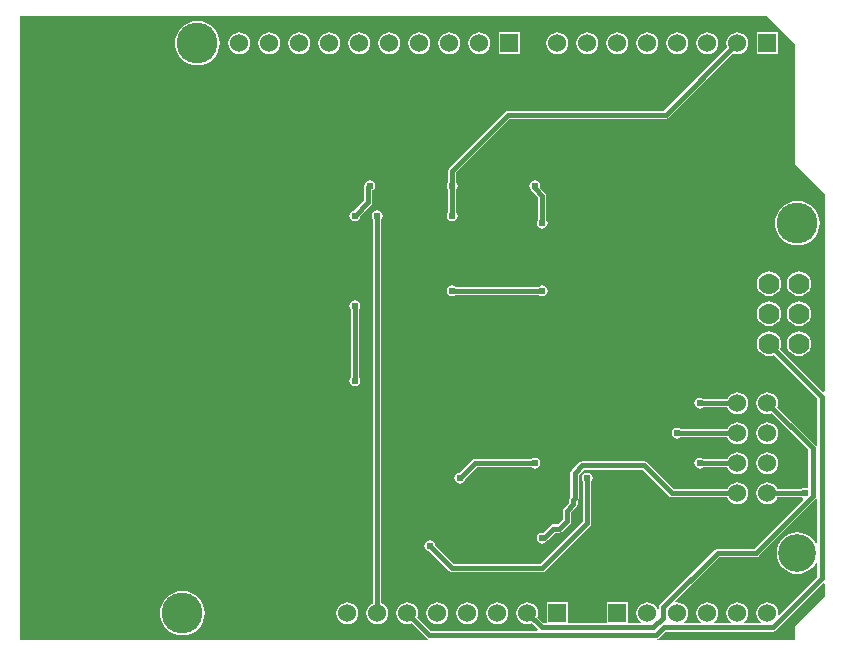
<source format=gbl>
G04*
G04 #@! TF.GenerationSoftware,Altium Limited,Altium Designer,26.2.0 (7)*
G04*
G04 Layer_Physical_Order=2*
G04 Layer_Color=16711680*
%FSLAX44Y44*%
%MOMM*%
G71*
G04*
G04 #@! TF.SameCoordinates,07046FA8-F61C-4276-8BF4-9B4F64F1D9A8*
G04*
G04*
G04 #@! TF.FilePolarity,Positive*
G04*
G01*
G75*
%ADD31C,0.3810*%
%ADD32C,1.5240*%
%ADD33R,1.5240X1.5240*%
%ADD34C,3.4540*%
%ADD35C,1.7780*%
%ADD36C,0.6096*%
%ADD37C,3.2000*%
G36*
X658069Y507034D02*
Y406400D01*
X658247Y405508D01*
X658752Y404752D01*
X683469Y380034D01*
Y213171D01*
X682199Y212645D01*
X645819Y249026D01*
X646546Y250781D01*
X646904Y253500D01*
X646546Y256219D01*
X645497Y258752D01*
X643827Y260928D01*
X641652Y262597D01*
X639119Y263646D01*
X636400Y264004D01*
X633681Y263646D01*
X631148Y262597D01*
X628973Y260928D01*
X627303Y258752D01*
X626254Y256219D01*
X625896Y253500D01*
X626254Y250781D01*
X627303Y248248D01*
X628973Y246073D01*
X631148Y244403D01*
X633681Y243354D01*
X636400Y242996D01*
X639119Y243354D01*
X640874Y244081D01*
X677097Y207859D01*
Y167639D01*
X675827Y167254D01*
X675699Y167445D01*
X675699Y167445D01*
X643447Y199698D01*
X643909Y200813D01*
X644223Y203200D01*
X643909Y205587D01*
X642987Y207811D01*
X641522Y209722D01*
X639611Y211187D01*
X637387Y212109D01*
X635000Y212423D01*
X632613Y212109D01*
X630389Y211187D01*
X628478Y209722D01*
X627013Y207811D01*
X626091Y205587D01*
X625777Y203200D01*
X626091Y200813D01*
X627013Y198589D01*
X628478Y196678D01*
X630389Y195213D01*
X632613Y194291D01*
X635000Y193977D01*
X637387Y194291D01*
X638502Y194753D01*
X669731Y163525D01*
Y131969D01*
X668683Y131318D01*
X668461Y131321D01*
X666750Y131662D01*
X664966Y131307D01*
X663753Y130496D01*
X643449D01*
X642987Y131611D01*
X641522Y133522D01*
X639611Y134987D01*
X637387Y135909D01*
X635000Y136223D01*
X632613Y135909D01*
X630389Y134987D01*
X628478Y133522D01*
X627013Y131611D01*
X626091Y129387D01*
X625777Y127000D01*
X626091Y124613D01*
X627013Y122389D01*
X628478Y120478D01*
X630389Y119013D01*
X632613Y118091D01*
X635000Y117777D01*
X637387Y118091D01*
X639611Y119013D01*
X641522Y120478D01*
X642987Y122389D01*
X643449Y123504D01*
X663753D01*
X664904Y122735D01*
X665063Y122580D01*
X665344Y121379D01*
X623925Y79959D01*
X592800D01*
X591463Y79693D01*
X590328Y78935D01*
X590328Y78935D01*
X544263Y32870D01*
X543505Y31735D01*
X543239Y30398D01*
Y28860D01*
X541969Y28607D01*
X541387Y30011D01*
X539922Y31922D01*
X538011Y33387D01*
X535787Y34309D01*
X533400Y34623D01*
X531013Y34309D01*
X528789Y33387D01*
X526878Y31922D01*
X525413Y30011D01*
X524491Y27787D01*
X524177Y25400D01*
X524491Y23013D01*
X525413Y20789D01*
X526878Y18878D01*
X527891Y18101D01*
X527460Y16831D01*
X517144D01*
Y34544D01*
X498856D01*
Y16831D01*
X466344D01*
Y34544D01*
X448056D01*
Y16831D01*
X445313D01*
X440247Y21898D01*
X440709Y23013D01*
X441023Y25400D01*
X440709Y27787D01*
X439787Y30011D01*
X438322Y31922D01*
X436411Y33387D01*
X434187Y34309D01*
X431800Y34623D01*
X429413Y34309D01*
X427189Y33387D01*
X425278Y31922D01*
X423813Y30011D01*
X422891Y27787D01*
X422577Y25400D01*
X422891Y23013D01*
X423813Y20789D01*
X425278Y18878D01*
X427189Y17413D01*
X429413Y16491D01*
X431800Y16177D01*
X434187Y16491D01*
X435302Y16953D01*
X440504Y11751D01*
X439978Y10481D01*
X350063D01*
X338647Y21898D01*
X339109Y23013D01*
X339423Y25400D01*
X339109Y27787D01*
X338187Y30011D01*
X336722Y31922D01*
X334811Y33387D01*
X332587Y34309D01*
X330200Y34623D01*
X327813Y34309D01*
X325589Y33387D01*
X323678Y31922D01*
X322213Y30011D01*
X321291Y27787D01*
X320977Y25400D01*
X321291Y23013D01*
X322213Y20789D01*
X323678Y18878D01*
X325589Y17413D01*
X327813Y16491D01*
X330200Y16177D01*
X332587Y16491D01*
X333702Y16953D01*
X346143Y4513D01*
X347277Y3755D01*
X348052Y3601D01*
X347927Y2331D01*
X2331D01*
Y531069D01*
X634035D01*
X658069Y507034D01*
D02*
G37*
G36*
X677097Y121651D02*
Y84831D01*
X675827Y84513D01*
X675041Y85983D01*
X672851Y88651D01*
X670183Y90841D01*
X667139Y92468D01*
X663835Y93470D01*
X660400Y93809D01*
X656965Y93470D01*
X653661Y92468D01*
X650617Y90841D01*
X647949Y88651D01*
X645759Y85983D01*
X644132Y82939D01*
X643130Y79635D01*
X642791Y76200D01*
X643130Y72765D01*
X644132Y69461D01*
X645759Y66417D01*
X647949Y63749D01*
X650617Y61559D01*
X653661Y59932D01*
X656965Y58930D01*
X660400Y58591D01*
X663835Y58930D01*
X667139Y59932D01*
X670183Y61559D01*
X672851Y63749D01*
X675041Y66417D01*
X675827Y67887D01*
X677097Y67569D01*
Y55379D01*
X645259Y23541D01*
X644056Y24134D01*
X644223Y25400D01*
X643909Y27787D01*
X642987Y30011D01*
X641522Y31922D01*
X639611Y33387D01*
X637387Y34309D01*
X635000Y34623D01*
X632613Y34309D01*
X630389Y33387D01*
X628478Y31922D01*
X627013Y30011D01*
X626091Y27787D01*
X625777Y25400D01*
X626091Y23013D01*
X627013Y20789D01*
X628478Y18878D01*
X629491Y18101D01*
X629060Y16831D01*
X615540D01*
X615109Y18101D01*
X616122Y18878D01*
X617587Y20789D01*
X618509Y23013D01*
X618823Y25400D01*
X618509Y27787D01*
X617587Y30011D01*
X616122Y31922D01*
X614211Y33387D01*
X611987Y34309D01*
X609600Y34623D01*
X607213Y34309D01*
X604989Y33387D01*
X603078Y31922D01*
X601613Y30011D01*
X600691Y27787D01*
X600377Y25400D01*
X600691Y23013D01*
X601613Y20789D01*
X603078Y18878D01*
X604091Y18101D01*
X603660Y16831D01*
X590140D01*
X589709Y18101D01*
X590722Y18878D01*
X592187Y20789D01*
X593109Y23013D01*
X593423Y25400D01*
X593109Y27787D01*
X592187Y30011D01*
X590722Y31922D01*
X588811Y33387D01*
X586587Y34309D01*
X584200Y34623D01*
X581813Y34309D01*
X579589Y33387D01*
X577678Y31922D01*
X576213Y30011D01*
X575291Y27787D01*
X574977Y25400D01*
X575291Y23013D01*
X576213Y20789D01*
X577678Y18878D01*
X578691Y18101D01*
X578260Y16831D01*
X564740D01*
X564309Y18101D01*
X565322Y18878D01*
X566787Y20789D01*
X567709Y23013D01*
X568023Y25400D01*
X567709Y27787D01*
X566787Y30011D01*
X565322Y31922D01*
X563411Y33387D01*
X561187Y34309D01*
X558800Y34623D01*
X557534Y34456D01*
X556941Y35659D01*
X594249Y72967D01*
X625373D01*
X626711Y73233D01*
X627845Y73991D01*
X675699Y121845D01*
X675827Y122036D01*
X677097Y121651D01*
D02*
G37*
G36*
X683469Y50066D02*
Y39065D01*
X658752Y14348D01*
X658247Y13592D01*
X658069Y12700D01*
Y2331D01*
X541716D01*
X541591Y3601D01*
X542366Y3755D01*
X543500Y4513D01*
X548826Y9839D01*
X639997D01*
X641335Y10105D01*
X642470Y10863D01*
X682199Y50592D01*
X683469Y50066D01*
D02*
G37*
%LPC*%
G36*
X644144Y517144D02*
X625856D01*
Y498856D01*
X644144D01*
Y517144D01*
D02*
G37*
G36*
X425704D02*
X407416D01*
Y498856D01*
X425704D01*
Y517144D01*
D02*
G37*
G36*
X609600Y517223D02*
X607213Y516909D01*
X604989Y515987D01*
X603078Y514522D01*
X601613Y512611D01*
X600691Y510387D01*
X600377Y508000D01*
X600691Y505613D01*
X601153Y504498D01*
X547584Y450928D01*
X415682D01*
X414344Y450662D01*
X413210Y449904D01*
X365828Y402522D01*
X365070Y401388D01*
X364804Y400050D01*
Y390347D01*
X363993Y389134D01*
X363638Y387350D01*
X363993Y385566D01*
X364804Y384353D01*
Y364947D01*
X363993Y363734D01*
X363638Y361950D01*
X363993Y360166D01*
X365004Y358654D01*
X366516Y357643D01*
X368300Y357288D01*
X370084Y357643D01*
X371596Y358654D01*
X372607Y360166D01*
X372962Y361950D01*
X372607Y363734D01*
X371796Y364947D01*
Y384353D01*
X372607Y385566D01*
X372962Y387350D01*
X372607Y389134D01*
X371796Y390347D01*
Y398602D01*
X417130Y443936D01*
X549032D01*
X550370Y444202D01*
X551504Y444960D01*
X606098Y499553D01*
X607213Y499091D01*
X609600Y498777D01*
X611987Y499091D01*
X614211Y500013D01*
X616122Y501478D01*
X617587Y503389D01*
X618509Y505613D01*
X618823Y508000D01*
X618509Y510387D01*
X617587Y512611D01*
X616122Y514522D01*
X614211Y515987D01*
X611987Y516909D01*
X609600Y517223D01*
D02*
G37*
G36*
X584200D02*
X581813Y516909D01*
X579589Y515987D01*
X577678Y514522D01*
X576213Y512611D01*
X575291Y510387D01*
X574977Y508000D01*
X575291Y505613D01*
X576213Y503389D01*
X577678Y501478D01*
X579589Y500013D01*
X581813Y499091D01*
X584200Y498777D01*
X586587Y499091D01*
X588811Y500013D01*
X590722Y501478D01*
X592187Y503389D01*
X593109Y505613D01*
X593423Y508000D01*
X593109Y510387D01*
X592187Y512611D01*
X590722Y514522D01*
X588811Y515987D01*
X586587Y516909D01*
X584200Y517223D01*
D02*
G37*
G36*
X558800D02*
X556413Y516909D01*
X554189Y515987D01*
X552278Y514522D01*
X550813Y512611D01*
X549891Y510387D01*
X549577Y508000D01*
X549891Y505613D01*
X550813Y503389D01*
X552278Y501478D01*
X554189Y500013D01*
X556413Y499091D01*
X558800Y498777D01*
X561187Y499091D01*
X563411Y500013D01*
X565322Y501478D01*
X566787Y503389D01*
X567709Y505613D01*
X568023Y508000D01*
X567709Y510387D01*
X566787Y512611D01*
X565322Y514522D01*
X563411Y515987D01*
X561187Y516909D01*
X558800Y517223D01*
D02*
G37*
G36*
X533400D02*
X531013Y516909D01*
X528789Y515987D01*
X526878Y514522D01*
X525413Y512611D01*
X524491Y510387D01*
X524177Y508000D01*
X524491Y505613D01*
X525413Y503389D01*
X526878Y501478D01*
X528789Y500013D01*
X531013Y499091D01*
X533400Y498777D01*
X535787Y499091D01*
X538011Y500013D01*
X539922Y501478D01*
X541387Y503389D01*
X542309Y505613D01*
X542623Y508000D01*
X542309Y510387D01*
X541387Y512611D01*
X539922Y514522D01*
X538011Y515987D01*
X535787Y516909D01*
X533400Y517223D01*
D02*
G37*
G36*
X508000D02*
X505613Y516909D01*
X503389Y515987D01*
X501478Y514522D01*
X500013Y512611D01*
X499091Y510387D01*
X498777Y508000D01*
X499091Y505613D01*
X500013Y503389D01*
X501478Y501478D01*
X503389Y500013D01*
X505613Y499091D01*
X508000Y498777D01*
X510387Y499091D01*
X512611Y500013D01*
X514522Y501478D01*
X515987Y503389D01*
X516909Y505613D01*
X517223Y508000D01*
X516909Y510387D01*
X515987Y512611D01*
X514522Y514522D01*
X512611Y515987D01*
X510387Y516909D01*
X508000Y517223D01*
D02*
G37*
G36*
X482600D02*
X480213Y516909D01*
X477989Y515987D01*
X476078Y514522D01*
X474613Y512611D01*
X473691Y510387D01*
X473377Y508000D01*
X473691Y505613D01*
X474613Y503389D01*
X476078Y501478D01*
X477989Y500013D01*
X480213Y499091D01*
X482600Y498777D01*
X484987Y499091D01*
X487211Y500013D01*
X489122Y501478D01*
X490587Y503389D01*
X491509Y505613D01*
X491823Y508000D01*
X491509Y510387D01*
X490587Y512611D01*
X489122Y514522D01*
X487211Y515987D01*
X484987Y516909D01*
X482600Y517223D01*
D02*
G37*
G36*
X457200D02*
X454813Y516909D01*
X452589Y515987D01*
X450678Y514522D01*
X449213Y512611D01*
X448291Y510387D01*
X447977Y508000D01*
X448291Y505613D01*
X449213Y503389D01*
X450678Y501478D01*
X452589Y500013D01*
X454813Y499091D01*
X457200Y498777D01*
X459587Y499091D01*
X461811Y500013D01*
X463722Y501478D01*
X465187Y503389D01*
X466109Y505613D01*
X466423Y508000D01*
X466109Y510387D01*
X465187Y512611D01*
X463722Y514522D01*
X461811Y515987D01*
X459587Y516909D01*
X457200Y517223D01*
D02*
G37*
G36*
X391160D02*
X388773Y516909D01*
X386549Y515987D01*
X384638Y514522D01*
X383173Y512611D01*
X382251Y510387D01*
X381937Y508000D01*
X382251Y505613D01*
X383173Y503389D01*
X384638Y501478D01*
X386549Y500013D01*
X388773Y499091D01*
X391160Y498777D01*
X393547Y499091D01*
X395771Y500013D01*
X397682Y501478D01*
X399147Y503389D01*
X400069Y505613D01*
X400383Y508000D01*
X400069Y510387D01*
X399147Y512611D01*
X397682Y514522D01*
X395771Y515987D01*
X393547Y516909D01*
X391160Y517223D01*
D02*
G37*
G36*
X365760D02*
X363373Y516909D01*
X361149Y515987D01*
X359238Y514522D01*
X357773Y512611D01*
X356851Y510387D01*
X356537Y508000D01*
X356851Y505613D01*
X357773Y503389D01*
X359238Y501478D01*
X361149Y500013D01*
X363373Y499091D01*
X365760Y498777D01*
X368147Y499091D01*
X370371Y500013D01*
X372282Y501478D01*
X373747Y503389D01*
X374669Y505613D01*
X374983Y508000D01*
X374669Y510387D01*
X373747Y512611D01*
X372282Y514522D01*
X370371Y515987D01*
X368147Y516909D01*
X365760Y517223D01*
D02*
G37*
G36*
X340360D02*
X337973Y516909D01*
X335749Y515987D01*
X333838Y514522D01*
X332373Y512611D01*
X331451Y510387D01*
X331137Y508000D01*
X331451Y505613D01*
X332373Y503389D01*
X333838Y501478D01*
X335749Y500013D01*
X337973Y499091D01*
X340360Y498777D01*
X342747Y499091D01*
X344971Y500013D01*
X346882Y501478D01*
X348347Y503389D01*
X349269Y505613D01*
X349583Y508000D01*
X349269Y510387D01*
X348347Y512611D01*
X346882Y514522D01*
X344971Y515987D01*
X342747Y516909D01*
X340360Y517223D01*
D02*
G37*
G36*
X314960D02*
X312573Y516909D01*
X310349Y515987D01*
X308438Y514522D01*
X306973Y512611D01*
X306051Y510387D01*
X305737Y508000D01*
X306051Y505613D01*
X306973Y503389D01*
X308438Y501478D01*
X310349Y500013D01*
X312573Y499091D01*
X314960Y498777D01*
X317347Y499091D01*
X319571Y500013D01*
X321482Y501478D01*
X322947Y503389D01*
X323869Y505613D01*
X324183Y508000D01*
X323869Y510387D01*
X322947Y512611D01*
X321482Y514522D01*
X319571Y515987D01*
X317347Y516909D01*
X314960Y517223D01*
D02*
G37*
G36*
X289560D02*
X287173Y516909D01*
X284949Y515987D01*
X283038Y514522D01*
X281573Y512611D01*
X280651Y510387D01*
X280337Y508000D01*
X280651Y505613D01*
X281573Y503389D01*
X283038Y501478D01*
X284949Y500013D01*
X287173Y499091D01*
X289560Y498777D01*
X291947Y499091D01*
X294171Y500013D01*
X296082Y501478D01*
X297547Y503389D01*
X298469Y505613D01*
X298783Y508000D01*
X298469Y510387D01*
X297547Y512611D01*
X296082Y514522D01*
X294171Y515987D01*
X291947Y516909D01*
X289560Y517223D01*
D02*
G37*
G36*
X264160D02*
X261773Y516909D01*
X259549Y515987D01*
X257638Y514522D01*
X256173Y512611D01*
X255251Y510387D01*
X254937Y508000D01*
X255251Y505613D01*
X256173Y503389D01*
X257638Y501478D01*
X259549Y500013D01*
X261773Y499091D01*
X264160Y498777D01*
X266547Y499091D01*
X268771Y500013D01*
X270682Y501478D01*
X272147Y503389D01*
X273069Y505613D01*
X273383Y508000D01*
X273069Y510387D01*
X272147Y512611D01*
X270682Y514522D01*
X268771Y515987D01*
X266547Y516909D01*
X264160Y517223D01*
D02*
G37*
G36*
X238760D02*
X236373Y516909D01*
X234149Y515987D01*
X232238Y514522D01*
X230773Y512611D01*
X229851Y510387D01*
X229537Y508000D01*
X229851Y505613D01*
X230773Y503389D01*
X232238Y501478D01*
X234149Y500013D01*
X236373Y499091D01*
X238760Y498777D01*
X241147Y499091D01*
X243371Y500013D01*
X245282Y501478D01*
X246747Y503389D01*
X247669Y505613D01*
X247983Y508000D01*
X247669Y510387D01*
X246747Y512611D01*
X245282Y514522D01*
X243371Y515987D01*
X241147Y516909D01*
X238760Y517223D01*
D02*
G37*
G36*
X213360D02*
X210973Y516909D01*
X208749Y515987D01*
X206838Y514522D01*
X205373Y512611D01*
X204451Y510387D01*
X204137Y508000D01*
X204451Y505613D01*
X205373Y503389D01*
X206838Y501478D01*
X208749Y500013D01*
X210973Y499091D01*
X213360Y498777D01*
X215747Y499091D01*
X217971Y500013D01*
X219882Y501478D01*
X221347Y503389D01*
X222269Y505613D01*
X222583Y508000D01*
X222269Y510387D01*
X221347Y512611D01*
X219882Y514522D01*
X217971Y515987D01*
X215747Y516909D01*
X213360Y517223D01*
D02*
G37*
G36*
X187960D02*
X185573Y516909D01*
X183349Y515987D01*
X181438Y514522D01*
X179973Y512611D01*
X179051Y510387D01*
X178737Y508000D01*
X179051Y505613D01*
X179973Y503389D01*
X181438Y501478D01*
X183349Y500013D01*
X185573Y499091D01*
X187960Y498777D01*
X190347Y499091D01*
X192571Y500013D01*
X194482Y501478D01*
X195947Y503389D01*
X196869Y505613D01*
X197183Y508000D01*
X196869Y510387D01*
X195947Y512611D01*
X194482Y514522D01*
X192571Y515987D01*
X190347Y516909D01*
X187960Y517223D01*
D02*
G37*
G36*
X152400Y526885D02*
X148716Y526522D01*
X145173Y525447D01*
X141908Y523702D01*
X139046Y521354D01*
X136698Y518492D01*
X134953Y515227D01*
X133878Y511684D01*
X133515Y508000D01*
X133878Y504316D01*
X134953Y500773D01*
X136698Y497508D01*
X139046Y494646D01*
X141908Y492298D01*
X145173Y490553D01*
X148716Y489478D01*
X152400Y489115D01*
X156084Y489478D01*
X159627Y490553D01*
X162892Y492298D01*
X165754Y494646D01*
X168102Y497508D01*
X169847Y500773D01*
X170922Y504316D01*
X171285Y508000D01*
X170922Y511684D01*
X169847Y515227D01*
X168102Y518492D01*
X165754Y521354D01*
X162892Y523702D01*
X159627Y525447D01*
X156084Y526522D01*
X152400Y526885D01*
D02*
G37*
G36*
X298450Y392012D02*
X296666Y391657D01*
X295154Y390646D01*
X294143Y389134D01*
X293788Y387350D01*
X293862Y386978D01*
X293684Y386080D01*
Y374828D01*
X285397Y366541D01*
X283966Y366257D01*
X282454Y365246D01*
X281443Y363734D01*
X281088Y361950D01*
X281443Y360166D01*
X282454Y358654D01*
X283966Y357643D01*
X285750Y357288D01*
X287534Y357643D01*
X289046Y358654D01*
X290057Y360166D01*
X290341Y361597D01*
X299652Y370908D01*
X300410Y372042D01*
X300676Y373380D01*
Y383339D01*
X301746Y384054D01*
X302757Y385566D01*
X303112Y387350D01*
X302757Y389134D01*
X301746Y390646D01*
X300234Y391657D01*
X298450Y392012D01*
D02*
G37*
G36*
X438150D02*
X436366Y391657D01*
X434854Y390646D01*
X433843Y389134D01*
X433488Y387350D01*
X433843Y385566D01*
X434821Y384102D01*
X434920Y383606D01*
X435678Y382472D01*
X441004Y377146D01*
Y358597D01*
X440193Y357384D01*
X439838Y355600D01*
X440193Y353816D01*
X441204Y352304D01*
X442716Y351293D01*
X444500Y350938D01*
X446284Y351293D01*
X447796Y352304D01*
X448807Y353816D01*
X449162Y355600D01*
X448807Y357384D01*
X447996Y358597D01*
Y378594D01*
X447730Y379932D01*
X446972Y381067D01*
X446972Y381067D01*
X442459Y385579D01*
X442812Y387350D01*
X442457Y389134D01*
X441446Y390646D01*
X439934Y391657D01*
X438150Y392012D01*
D02*
G37*
G36*
X660400Y374485D02*
X656716Y374122D01*
X653173Y373047D01*
X649908Y371302D01*
X647046Y368954D01*
X644698Y366092D01*
X642953Y362827D01*
X641878Y359284D01*
X641515Y355600D01*
X641878Y351916D01*
X642953Y348373D01*
X644698Y345108D01*
X647046Y342246D01*
X649908Y339898D01*
X653173Y338153D01*
X656716Y337078D01*
X660400Y336715D01*
X664084Y337078D01*
X667627Y338153D01*
X670892Y339898D01*
X673754Y342246D01*
X676102Y345108D01*
X677847Y348373D01*
X678922Y351916D01*
X679285Y355600D01*
X678922Y359284D01*
X677847Y362827D01*
X676102Y366092D01*
X673754Y368954D01*
X670892Y371302D01*
X667627Y373047D01*
X664084Y374122D01*
X660400Y374485D01*
D02*
G37*
G36*
X444500Y303112D02*
X442716Y302757D01*
X441503Y301946D01*
X371297D01*
X370084Y302757D01*
X368300Y303112D01*
X366516Y302757D01*
X365004Y301746D01*
X363993Y300234D01*
X363638Y298450D01*
X363993Y296666D01*
X365004Y295154D01*
X366516Y294143D01*
X368300Y293788D01*
X370084Y294143D01*
X371297Y294954D01*
X441503D01*
X442716Y294143D01*
X444500Y293788D01*
X446284Y294143D01*
X447796Y295154D01*
X448807Y296666D01*
X449162Y298450D01*
X448807Y300234D01*
X447796Y301746D01*
X446284Y302757D01*
X444500Y303112D01*
D02*
G37*
G36*
X661800Y314804D02*
X659081Y314446D01*
X656548Y313397D01*
X654373Y311728D01*
X652703Y309552D01*
X651654Y307019D01*
X651296Y304300D01*
X651654Y301581D01*
X652703Y299048D01*
X654373Y296873D01*
X656548Y295203D01*
X659081Y294154D01*
X661800Y293796D01*
X664519Y294154D01*
X667052Y295203D01*
X669227Y296873D01*
X670897Y299048D01*
X671946Y301581D01*
X672304Y304300D01*
X671946Y307019D01*
X670897Y309552D01*
X669227Y311728D01*
X667052Y313397D01*
X664519Y314446D01*
X661800Y314804D01*
D02*
G37*
G36*
X636400D02*
X633681Y314446D01*
X631148Y313397D01*
X628973Y311728D01*
X627303Y309552D01*
X626254Y307019D01*
X625896Y304300D01*
X626254Y301581D01*
X627303Y299048D01*
X628973Y296873D01*
X631148Y295203D01*
X633681Y294154D01*
X636400Y293796D01*
X639119Y294154D01*
X641652Y295203D01*
X643827Y296873D01*
X645497Y299048D01*
X646546Y301581D01*
X646904Y304300D01*
X646546Y307019D01*
X645497Y309552D01*
X643827Y311728D01*
X641652Y313397D01*
X639119Y314446D01*
X636400Y314804D01*
D02*
G37*
G36*
X661800Y289404D02*
X659081Y289046D01*
X656548Y287997D01*
X654373Y286327D01*
X652703Y284152D01*
X651654Y281619D01*
X651296Y278900D01*
X651654Y276182D01*
X652703Y273648D01*
X654373Y271473D01*
X656548Y269804D01*
X659081Y268754D01*
X661800Y268396D01*
X664519Y268754D01*
X667052Y269804D01*
X669227Y271473D01*
X670897Y273648D01*
X671946Y276182D01*
X672304Y278900D01*
X671946Y281619D01*
X670897Y284152D01*
X669227Y286327D01*
X667052Y287997D01*
X664519Y289046D01*
X661800Y289404D01*
D02*
G37*
G36*
X636400D02*
X633681Y289046D01*
X631148Y287997D01*
X628973Y286327D01*
X627303Y284152D01*
X626254Y281619D01*
X625896Y278900D01*
X626254Y276182D01*
X627303Y273648D01*
X628973Y271473D01*
X631148Y269804D01*
X633681Y268754D01*
X636400Y268396D01*
X639119Y268754D01*
X641652Y269804D01*
X643827Y271473D01*
X645497Y273648D01*
X646546Y276182D01*
X646904Y278900D01*
X646546Y281619D01*
X645497Y284152D01*
X643827Y286327D01*
X641652Y287997D01*
X639119Y289046D01*
X636400Y289404D01*
D02*
G37*
G36*
X661800Y264004D02*
X659081Y263646D01*
X656548Y262597D01*
X654373Y260928D01*
X652703Y258752D01*
X651654Y256219D01*
X651296Y253500D01*
X651654Y250781D01*
X652703Y248248D01*
X654373Y246073D01*
X656548Y244403D01*
X659081Y243354D01*
X661800Y242996D01*
X664519Y243354D01*
X667052Y244403D01*
X669227Y246073D01*
X670897Y248248D01*
X671946Y250781D01*
X672304Y253500D01*
X671946Y256219D01*
X670897Y258752D01*
X669227Y260928D01*
X667052Y262597D01*
X664519Y263646D01*
X661800Y264004D01*
D02*
G37*
G36*
X285750Y290412D02*
X283966Y290057D01*
X282454Y289046D01*
X281443Y287534D01*
X281088Y285750D01*
X281443Y283966D01*
X282254Y282753D01*
Y225247D01*
X281443Y224034D01*
X281088Y222250D01*
X281443Y220466D01*
X282454Y218954D01*
X283966Y217943D01*
X285750Y217588D01*
X287534Y217943D01*
X289046Y218954D01*
X290057Y220466D01*
X290412Y222250D01*
X290057Y224034D01*
X289246Y225247D01*
Y282753D01*
X290057Y283966D01*
X290412Y285750D01*
X290057Y287534D01*
X289046Y289046D01*
X287534Y290057D01*
X285750Y290412D01*
D02*
G37*
G36*
X609600Y212423D02*
X607213Y212109D01*
X604989Y211187D01*
X603078Y209722D01*
X601613Y207811D01*
X601151Y206696D01*
X580847D01*
X579634Y207507D01*
X577850Y207862D01*
X576066Y207507D01*
X574554Y206496D01*
X573543Y204984D01*
X573188Y203200D01*
X573543Y201416D01*
X574554Y199904D01*
X576066Y198893D01*
X577850Y198538D01*
X579634Y198893D01*
X580847Y199704D01*
X601151D01*
X601613Y198589D01*
X603078Y196678D01*
X604989Y195213D01*
X607213Y194291D01*
X609600Y193977D01*
X611987Y194291D01*
X614211Y195213D01*
X616122Y196678D01*
X617587Y198589D01*
X618509Y200813D01*
X618823Y203200D01*
X618509Y205587D01*
X617587Y207811D01*
X616122Y209722D01*
X614211Y211187D01*
X611987Y212109D01*
X609600Y212423D01*
D02*
G37*
G36*
Y187023D02*
X607213Y186709D01*
X604989Y185787D01*
X603078Y184322D01*
X601613Y182411D01*
X601151Y181296D01*
X561797D01*
X560584Y182107D01*
X558800Y182462D01*
X557016Y182107D01*
X555504Y181096D01*
X554493Y179584D01*
X554138Y177800D01*
X554493Y176016D01*
X555504Y174504D01*
X557016Y173493D01*
X558800Y173138D01*
X560584Y173493D01*
X561797Y174304D01*
X601151D01*
X601613Y173189D01*
X603078Y171278D01*
X604989Y169813D01*
X607213Y168891D01*
X609600Y168577D01*
X611987Y168891D01*
X614211Y169813D01*
X616122Y171278D01*
X617587Y173189D01*
X618509Y175413D01*
X618823Y177800D01*
X618509Y180187D01*
X617587Y182411D01*
X616122Y184322D01*
X614211Y185787D01*
X611987Y186709D01*
X609600Y187023D01*
D02*
G37*
G36*
X635000D02*
X632613Y186709D01*
X630389Y185787D01*
X628478Y184322D01*
X627013Y182411D01*
X626091Y180187D01*
X625777Y177800D01*
X626091Y175413D01*
X627013Y173189D01*
X628478Y171278D01*
X630389Y169813D01*
X632613Y168891D01*
X635000Y168577D01*
X637387Y168891D01*
X639611Y169813D01*
X641522Y171278D01*
X642987Y173189D01*
X643909Y175413D01*
X644223Y177800D01*
X643909Y180187D01*
X642987Y182411D01*
X641522Y184322D01*
X639611Y185787D01*
X637387Y186709D01*
X635000Y187023D01*
D02*
G37*
G36*
X609600Y161623D02*
X607213Y161309D01*
X604989Y160387D01*
X603078Y158922D01*
X601613Y157011D01*
X601151Y155896D01*
X580847D01*
X579634Y156707D01*
X577850Y157062D01*
X576066Y156707D01*
X574554Y155696D01*
X573543Y154184D01*
X573188Y152400D01*
X573543Y150616D01*
X574554Y149104D01*
X576066Y148093D01*
X577850Y147738D01*
X579634Y148093D01*
X580847Y148904D01*
X601151D01*
X601613Y147789D01*
X603078Y145878D01*
X604989Y144413D01*
X607213Y143491D01*
X609600Y143177D01*
X611987Y143491D01*
X614211Y144413D01*
X616122Y145878D01*
X617587Y147789D01*
X618509Y150013D01*
X618823Y152400D01*
X618509Y154787D01*
X617587Y157011D01*
X616122Y158922D01*
X614211Y160387D01*
X611987Y161309D01*
X609600Y161623D01*
D02*
G37*
G36*
X438150Y157062D02*
X436366Y156707D01*
X435153Y155896D01*
X387350D01*
X387350Y155896D01*
X386012Y155630D01*
X384878Y154872D01*
X374297Y144291D01*
X372866Y144007D01*
X371354Y142996D01*
X370343Y141484D01*
X369988Y139700D01*
X370343Y137916D01*
X371354Y136404D01*
X372866Y135393D01*
X374650Y135038D01*
X376434Y135393D01*
X377946Y136404D01*
X378957Y137916D01*
X379241Y139347D01*
X388798Y148904D01*
X435153D01*
X436366Y148093D01*
X438150Y147738D01*
X439934Y148093D01*
X441446Y149104D01*
X442457Y150616D01*
X442812Y152400D01*
X442457Y154184D01*
X441446Y155696D01*
X439934Y156707D01*
X438150Y157062D01*
D02*
G37*
G36*
X635000Y161623D02*
X632613Y161309D01*
X630389Y160387D01*
X628478Y158922D01*
X627013Y157011D01*
X626091Y154787D01*
X625777Y152400D01*
X626091Y150013D01*
X627013Y147789D01*
X628478Y145878D01*
X630389Y144413D01*
X632613Y143491D01*
X635000Y143177D01*
X637387Y143491D01*
X639611Y144413D01*
X641522Y145878D01*
X642987Y147789D01*
X643909Y150013D01*
X644223Y152400D01*
X643909Y154787D01*
X642987Y157011D01*
X641522Y158922D01*
X639611Y160387D01*
X637387Y161309D01*
X635000Y161623D01*
D02*
G37*
G36*
X478129Y153991D02*
X476791Y153725D01*
X475656Y152967D01*
X475656Y152967D01*
X469333Y146644D01*
X468575Y145509D01*
X468309Y144171D01*
Y124003D01*
X468278Y123973D01*
X467520Y122838D01*
X467254Y121501D01*
Y119004D01*
X462779Y114529D01*
X462021Y113395D01*
X461755Y112057D01*
Y104749D01*
X457453Y100447D01*
X453511D01*
X452174Y100181D01*
X451039Y99423D01*
X445065Y93449D01*
X444500Y93562D01*
X442716Y93207D01*
X441204Y92196D01*
X440193Y90684D01*
X439838Y88900D01*
X440193Y87116D01*
X441204Y85604D01*
X442716Y84593D01*
X444500Y84238D01*
X446284Y84593D01*
X447796Y85604D01*
X448807Y87116D01*
X448853Y87348D01*
X454960Y93455D01*
X458901D01*
X460239Y93721D01*
X461373Y94479D01*
X467723Y100829D01*
X468481Y101963D01*
X468747Y103301D01*
Y110608D01*
X473223Y115084D01*
X473981Y116218D01*
X474247Y117556D01*
X474247Y117556D01*
Y120052D01*
X474277Y120083D01*
X475035Y121217D01*
X475301Y122555D01*
Y142723D01*
X479577Y146999D01*
X529122D01*
X551593Y124528D01*
X551593Y124528D01*
X552727Y123770D01*
X554065Y123504D01*
X554065Y123504D01*
X601151D01*
X601613Y122389D01*
X603078Y120478D01*
X604989Y119013D01*
X607213Y118091D01*
X609600Y117777D01*
X611987Y118091D01*
X614211Y119013D01*
X616122Y120478D01*
X617587Y122389D01*
X618509Y124613D01*
X618823Y127000D01*
X618509Y129387D01*
X617587Y131611D01*
X616122Y133522D01*
X614211Y134987D01*
X611987Y135909D01*
X609600Y136223D01*
X607213Y135909D01*
X604989Y134987D01*
X603078Y133522D01*
X601613Y131611D01*
X601151Y130496D01*
X555513D01*
X533042Y152967D01*
X531908Y153725D01*
X530570Y153991D01*
X478129D01*
X478129Y153991D01*
D02*
G37*
G36*
X482600Y144362D02*
X480816Y144007D01*
X479304Y142996D01*
X478293Y141484D01*
X477938Y139700D01*
X478293Y137916D01*
X479104Y136703D01*
Y103048D01*
X443052Y66996D01*
X369748D01*
X353841Y82903D01*
X353557Y84334D01*
X352546Y85846D01*
X351034Y86857D01*
X349250Y87212D01*
X347466Y86857D01*
X345954Y85846D01*
X344943Y84334D01*
X344588Y82550D01*
X344943Y80766D01*
X345954Y79254D01*
X347466Y78243D01*
X348897Y77959D01*
X365828Y61028D01*
X366962Y60270D01*
X368300Y60004D01*
X444500D01*
X445838Y60270D01*
X446972Y61028D01*
X485072Y99128D01*
X485072Y99128D01*
X485830Y100262D01*
X486096Y101600D01*
Y136703D01*
X486907Y137916D01*
X487262Y139700D01*
X486907Y141484D01*
X485896Y142996D01*
X484384Y144007D01*
X482600Y144362D01*
D02*
G37*
G36*
X406400Y34623D02*
X404013Y34309D01*
X401789Y33387D01*
X399878Y31922D01*
X398413Y30011D01*
X397491Y27787D01*
X397177Y25400D01*
X397491Y23013D01*
X398413Y20789D01*
X399878Y18878D01*
X401789Y17413D01*
X404013Y16491D01*
X406400Y16177D01*
X408787Y16491D01*
X411011Y17413D01*
X412922Y18878D01*
X414387Y20789D01*
X415309Y23013D01*
X415623Y25400D01*
X415309Y27787D01*
X414387Y30011D01*
X412922Y31922D01*
X411011Y33387D01*
X408787Y34309D01*
X406400Y34623D01*
D02*
G37*
G36*
X381000D02*
X378613Y34309D01*
X376389Y33387D01*
X374478Y31922D01*
X373013Y30011D01*
X372091Y27787D01*
X371777Y25400D01*
X372091Y23013D01*
X373013Y20789D01*
X374478Y18878D01*
X376389Y17413D01*
X378613Y16491D01*
X381000Y16177D01*
X383387Y16491D01*
X385611Y17413D01*
X387522Y18878D01*
X388987Y20789D01*
X389909Y23013D01*
X390223Y25400D01*
X389909Y27787D01*
X388987Y30011D01*
X387522Y31922D01*
X385611Y33387D01*
X383387Y34309D01*
X381000Y34623D01*
D02*
G37*
G36*
X355600D02*
X353213Y34309D01*
X350989Y33387D01*
X349078Y31922D01*
X347613Y30011D01*
X346691Y27787D01*
X346377Y25400D01*
X346691Y23013D01*
X347613Y20789D01*
X349078Y18878D01*
X350989Y17413D01*
X353213Y16491D01*
X355600Y16177D01*
X357987Y16491D01*
X360211Y17413D01*
X362122Y18878D01*
X363587Y20789D01*
X364509Y23013D01*
X364823Y25400D01*
X364509Y27787D01*
X363587Y30011D01*
X362122Y31922D01*
X360211Y33387D01*
X357987Y34309D01*
X355600Y34623D01*
D02*
G37*
G36*
X304800Y366612D02*
X303016Y366257D01*
X301504Y365246D01*
X300493Y363734D01*
X300138Y361950D01*
X300493Y360166D01*
X301304Y358953D01*
Y33849D01*
X300189Y33387D01*
X298278Y31922D01*
X296813Y30011D01*
X295891Y27787D01*
X295577Y25400D01*
X295891Y23013D01*
X296813Y20789D01*
X298278Y18878D01*
X300189Y17413D01*
X302413Y16491D01*
X304800Y16177D01*
X307187Y16491D01*
X309411Y17413D01*
X311322Y18878D01*
X312787Y20789D01*
X313709Y23013D01*
X314023Y25400D01*
X313709Y27787D01*
X312787Y30011D01*
X311322Y31922D01*
X309411Y33387D01*
X308296Y33849D01*
Y358953D01*
X309107Y360166D01*
X309462Y361950D01*
X309107Y363734D01*
X308096Y365246D01*
X306584Y366257D01*
X304800Y366612D01*
D02*
G37*
G36*
X279400Y34623D02*
X277013Y34309D01*
X274789Y33387D01*
X272878Y31922D01*
X271413Y30011D01*
X270491Y27787D01*
X270177Y25400D01*
X270491Y23013D01*
X271413Y20789D01*
X272878Y18878D01*
X274789Y17413D01*
X277013Y16491D01*
X279400Y16177D01*
X281787Y16491D01*
X284011Y17413D01*
X285922Y18878D01*
X287387Y20789D01*
X288309Y23013D01*
X288623Y25400D01*
X288309Y27787D01*
X287387Y30011D01*
X285922Y31922D01*
X284011Y33387D01*
X281787Y34309D01*
X279400Y34623D01*
D02*
G37*
G36*
X139700Y44285D02*
X136016Y43922D01*
X132473Y42847D01*
X129208Y41102D01*
X126346Y38754D01*
X123998Y35892D01*
X122253Y32627D01*
X121178Y29084D01*
X120815Y25400D01*
X121178Y21716D01*
X122253Y18173D01*
X123998Y14908D01*
X126346Y12046D01*
X129208Y9698D01*
X132473Y7953D01*
X136016Y6878D01*
X139700Y6515D01*
X143384Y6878D01*
X146927Y7953D01*
X150192Y9698D01*
X153054Y12046D01*
X155402Y14908D01*
X157147Y18173D01*
X158222Y21716D01*
X158585Y25400D01*
X158222Y29084D01*
X157147Y32627D01*
X155402Y35892D01*
X153054Y38754D01*
X150192Y41102D01*
X146927Y42847D01*
X143384Y43922D01*
X139700Y44285D01*
D02*
G37*
%LPD*%
D31*
X681609Y54946D02*
Y208291D01*
X639997Y13335D02*
X681609Y54946D01*
X636400Y253500D02*
X681609Y208291D01*
X625373Y76463D02*
X673227Y124317D01*
X635000Y203200D02*
X673227Y164973D01*
X592800Y76463D02*
X625373D01*
X635000Y127000D02*
X666750D01*
X673227Y124317D02*
Y164973D01*
X577850Y152400D02*
X609600D01*
X577850Y203200D02*
X609600D01*
X558800Y177800D02*
X609600D01*
X368300Y63500D02*
X444500D01*
X349250Y82550D02*
X368300Y63500D01*
X445460Y88900D02*
X453511Y96951D01*
X444500Y88900D02*
X445460D01*
X438150Y384944D02*
Y387350D01*
Y384944D02*
X444500Y378594D01*
Y355600D02*
Y378594D01*
X368300Y400050D02*
X415682Y447432D01*
X368300Y361950D02*
Y400050D01*
X415682Y447432D02*
X549032D01*
X297180Y373380D02*
Y386080D01*
X298450Y387350D01*
X304800Y25400D02*
Y361950D01*
X285750D02*
X297180Y373380D01*
X368300Y298450D02*
X444500D01*
X471805Y144171D02*
X478129Y150495D01*
X387350Y152400D02*
X438150D01*
X530570Y150495D02*
X554065Y127000D01*
X609600D01*
X478129Y150495D02*
X530570D01*
X471805Y122555D02*
Y144171D01*
X470751Y117556D02*
Y121501D01*
X471805Y122555D01*
X465251Y112057D02*
X470751Y117556D01*
X465251Y103301D02*
Y112057D01*
X458901Y96951D02*
X465251Y103301D01*
X453511Y96951D02*
X458901D01*
X374650Y139700D02*
X387350Y152400D01*
X285750Y222250D02*
Y285750D01*
X549032Y447432D02*
X609600Y508000D01*
X482600Y101600D02*
Y139700D01*
X444500Y63500D02*
X482600Y101600D01*
X431800Y25400D02*
X443865Y13335D01*
X538397D01*
X546735Y21672D01*
Y30398D01*
X592800Y76463D01*
X330200Y25400D02*
X348615Y6985D01*
X547378Y13335D02*
X639997D01*
X541028Y6985D02*
X547378Y13335D01*
X348615Y6985D02*
X541028D01*
D32*
X609600Y203200D02*
D03*
X584200Y508000D02*
D03*
X609600Y127000D02*
D03*
X635000D02*
D03*
X355600Y25400D02*
D03*
X609600Y177800D02*
D03*
Y152400D02*
D03*
X635000Y203200D02*
D03*
Y177800D02*
D03*
Y152400D02*
D03*
X533400Y25400D02*
D03*
X558800D02*
D03*
X584200D02*
D03*
X609600D02*
D03*
X635000D02*
D03*
X391160Y508000D02*
D03*
X365760D02*
D03*
X340360D02*
D03*
X314960D02*
D03*
X289560D02*
D03*
X264160D02*
D03*
X238760D02*
D03*
X213360D02*
D03*
X187960D02*
D03*
X558800D02*
D03*
X533400D02*
D03*
X508000D02*
D03*
X482600D02*
D03*
X457200D02*
D03*
X609600D02*
D03*
X381000Y25400D02*
D03*
X330200D02*
D03*
X304800D02*
D03*
X279400D02*
D03*
X431800D02*
D03*
X406400D02*
D03*
D33*
X635000Y508000D02*
D03*
X508000Y25400D02*
D03*
X416560Y508000D02*
D03*
X457200Y25400D02*
D03*
D34*
X660400Y355600D02*
D03*
X139700Y25400D02*
D03*
X152400Y508000D02*
D03*
D35*
X636400Y304300D02*
D03*
X661800D02*
D03*
X636400Y278900D02*
D03*
X661800D02*
D03*
X636400Y253500D02*
D03*
X661800D02*
D03*
D36*
X666750Y127000D02*
D03*
X577850Y152400D02*
D03*
Y203200D02*
D03*
X558800Y177800D02*
D03*
X349250Y82550D02*
D03*
X444500Y88900D02*
D03*
Y355600D02*
D03*
X438150Y387350D02*
D03*
X368300D02*
D03*
Y361950D02*
D03*
X298450Y387350D02*
D03*
X285750Y361950D02*
D03*
X304800D02*
D03*
X444500Y298450D02*
D03*
X368300D02*
D03*
X438150Y152400D02*
D03*
X374650Y139700D02*
D03*
X285750Y285750D02*
D03*
Y222250D02*
D03*
X482600Y139700D02*
D03*
D37*
X660400Y76200D02*
D03*
M02*

</source>
